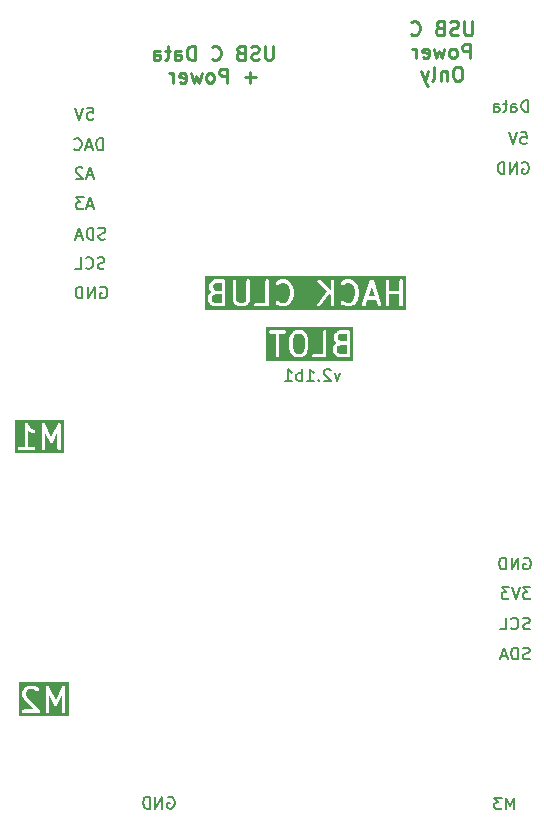
<source format=gbo>
%TF.GenerationSoftware,KiCad,Pcbnew,7.0.10-7.0.10~ubuntu22.04.1*%
%TF.CreationDate,2024-02-19T22:46:55+08:00*%
%TF.ProjectId,motor-controller-pcb,6d6f746f-722d-4636-9f6e-74726f6c6c65,2.1b1*%
%TF.SameCoordinates,Original*%
%TF.FileFunction,Legend,Bot*%
%TF.FilePolarity,Positive*%
%FSLAX46Y46*%
G04 Gerber Fmt 4.6, Leading zero omitted, Abs format (unit mm)*
G04 Created by KiCad (PCBNEW 7.0.10-7.0.10~ubuntu22.04.1) date 2024-02-19 22:46:55*
%MOMM*%
%LPD*%
G01*
G04 APERTURE LIST*
%ADD10C,0.150000*%
%ADD11C,0.300000*%
%ADD12C,0.250000*%
G04 APERTURE END LIST*
D10*
X148558458Y-109939819D02*
X147939411Y-109939819D01*
X147939411Y-109939819D02*
X148272744Y-110320771D01*
X148272744Y-110320771D02*
X148129887Y-110320771D01*
X148129887Y-110320771D02*
X148034649Y-110368390D01*
X148034649Y-110368390D02*
X147987030Y-110416009D01*
X147987030Y-110416009D02*
X147939411Y-110511247D01*
X147939411Y-110511247D02*
X147939411Y-110749342D01*
X147939411Y-110749342D02*
X147987030Y-110844580D01*
X147987030Y-110844580D02*
X148034649Y-110892200D01*
X148034649Y-110892200D02*
X148129887Y-110939819D01*
X148129887Y-110939819D02*
X148415601Y-110939819D01*
X148415601Y-110939819D02*
X148510839Y-110892200D01*
X148510839Y-110892200D02*
X148558458Y-110844580D01*
X147653696Y-109939819D02*
X147320363Y-110939819D01*
X147320363Y-110939819D02*
X146987030Y-109939819D01*
X146748934Y-109939819D02*
X146129887Y-109939819D01*
X146129887Y-109939819D02*
X146463220Y-110320771D01*
X146463220Y-110320771D02*
X146320363Y-110320771D01*
X146320363Y-110320771D02*
X146225125Y-110368390D01*
X146225125Y-110368390D02*
X146177506Y-110416009D01*
X146177506Y-110416009D02*
X146129887Y-110511247D01*
X146129887Y-110511247D02*
X146129887Y-110749342D01*
X146129887Y-110749342D02*
X146177506Y-110844580D01*
X146177506Y-110844580D02*
X146225125Y-110892200D01*
X146225125Y-110892200D02*
X146320363Y-110939819D01*
X146320363Y-110939819D02*
X146606077Y-110939819D01*
X146606077Y-110939819D02*
X146701315Y-110892200D01*
X146701315Y-110892200D02*
X146748934Y-110844580D01*
X117869411Y-127717438D02*
X117964649Y-127669819D01*
X117964649Y-127669819D02*
X118107506Y-127669819D01*
X118107506Y-127669819D02*
X118250363Y-127717438D01*
X118250363Y-127717438D02*
X118345601Y-127812676D01*
X118345601Y-127812676D02*
X118393220Y-127907914D01*
X118393220Y-127907914D02*
X118440839Y-128098390D01*
X118440839Y-128098390D02*
X118440839Y-128241247D01*
X118440839Y-128241247D02*
X118393220Y-128431723D01*
X118393220Y-128431723D02*
X118345601Y-128526961D01*
X118345601Y-128526961D02*
X118250363Y-128622200D01*
X118250363Y-128622200D02*
X118107506Y-128669819D01*
X118107506Y-128669819D02*
X118012268Y-128669819D01*
X118012268Y-128669819D02*
X117869411Y-128622200D01*
X117869411Y-128622200D02*
X117821792Y-128574580D01*
X117821792Y-128574580D02*
X117821792Y-128241247D01*
X117821792Y-128241247D02*
X118012268Y-128241247D01*
X117393220Y-128669819D02*
X117393220Y-127669819D01*
X117393220Y-127669819D02*
X116821792Y-128669819D01*
X116821792Y-128669819D02*
X116821792Y-127669819D01*
X116345601Y-128669819D02*
X116345601Y-127669819D01*
X116345601Y-127669819D02*
X116107506Y-127669819D01*
X116107506Y-127669819D02*
X115964649Y-127717438D01*
X115964649Y-127717438D02*
X115869411Y-127812676D01*
X115869411Y-127812676D02*
X115821792Y-127907914D01*
X115821792Y-127907914D02*
X115774173Y-128098390D01*
X115774173Y-128098390D02*
X115774173Y-128241247D01*
X115774173Y-128241247D02*
X115821792Y-128431723D01*
X115821792Y-128431723D02*
X115869411Y-128526961D01*
X115869411Y-128526961D02*
X115964649Y-128622200D01*
X115964649Y-128622200D02*
X116107506Y-128669819D01*
X116107506Y-128669819D02*
X116345601Y-128669819D01*
X111550839Y-77644104D02*
X111074649Y-77644104D01*
X111646077Y-77929819D02*
X111312744Y-76929819D01*
X111312744Y-76929819D02*
X110979411Y-77929819D01*
X110741315Y-76929819D02*
X110122268Y-76929819D01*
X110122268Y-76929819D02*
X110455601Y-77310771D01*
X110455601Y-77310771D02*
X110312744Y-77310771D01*
X110312744Y-77310771D02*
X110217506Y-77358390D01*
X110217506Y-77358390D02*
X110169887Y-77406009D01*
X110169887Y-77406009D02*
X110122268Y-77501247D01*
X110122268Y-77501247D02*
X110122268Y-77739342D01*
X110122268Y-77739342D02*
X110169887Y-77834580D01*
X110169887Y-77834580D02*
X110217506Y-77882200D01*
X110217506Y-77882200D02*
X110312744Y-77929819D01*
X110312744Y-77929819D02*
X110598458Y-77929819D01*
X110598458Y-77929819D02*
X110693696Y-77882200D01*
X110693696Y-77882200D02*
X110741315Y-77834580D01*
D11*
G36*
X122418821Y-85859638D02*
G01*
X121842326Y-85859638D01*
X121705294Y-85791122D01*
X121644480Y-85730307D01*
X121575964Y-85593275D01*
X121575964Y-85378381D01*
X121644480Y-85241349D01*
X121697468Y-85188361D01*
X121926494Y-85112019D01*
X122418821Y-85112019D01*
X122418821Y-85859638D01*
G37*
G36*
X122418821Y-84812019D02*
G01*
X121937565Y-84812019D01*
X121800531Y-84743501D01*
X121739718Y-84682688D01*
X121671202Y-84545656D01*
X121671202Y-84426000D01*
X121739718Y-84288968D01*
X121800532Y-84228154D01*
X121937564Y-84159638D01*
X122418821Y-84159638D01*
X122418821Y-84812019D01*
G37*
G36*
X135408327Y-85288209D02*
G01*
X134872174Y-85288209D01*
X135140250Y-84483979D01*
X135408327Y-85288209D01*
G37*
G36*
X138052155Y-86445352D02*
G01*
X120990250Y-86445352D01*
X120990250Y-85628685D01*
X121275964Y-85628685D01*
X121284887Y-85661986D01*
X121291800Y-85695767D01*
X121387038Y-85886243D01*
X121403060Y-85904311D01*
X121415135Y-85925226D01*
X121510374Y-86020466D01*
X121531288Y-86032540D01*
X121549358Y-86048564D01*
X121739834Y-86143802D01*
X121773612Y-86150714D01*
X121806916Y-86159638D01*
X122568821Y-86159638D01*
X122643821Y-86139542D01*
X122698725Y-86084638D01*
X122718821Y-86009638D01*
X122718821Y-85628685D01*
X123371202Y-85628685D01*
X123380125Y-85661986D01*
X123387038Y-85695767D01*
X123482276Y-85886243D01*
X123498298Y-85904311D01*
X123510373Y-85925226D01*
X123605612Y-86020466D01*
X123626526Y-86032540D01*
X123644596Y-86048564D01*
X123835072Y-86143802D01*
X123868850Y-86150714D01*
X123902154Y-86159638D01*
X124283107Y-86159638D01*
X124316408Y-86150714D01*
X124350189Y-86143802D01*
X124540665Y-86048564D01*
X124558733Y-86032541D01*
X124579650Y-86020465D01*
X124590477Y-86009638D01*
X125180726Y-86009638D01*
X125200822Y-86084638D01*
X125255726Y-86139542D01*
X125330726Y-86159638D01*
X126283107Y-86159638D01*
X126358107Y-86139542D01*
X126413011Y-86084638D01*
X126433107Y-86009638D01*
X126433107Y-85857983D01*
X126995361Y-85857983D01*
X127034183Y-85925226D01*
X127129422Y-86020466D01*
X127159284Y-86037707D01*
X127188054Y-86056702D01*
X127473768Y-86151940D01*
X127497873Y-86153387D01*
X127521202Y-86159638D01*
X127711678Y-86159638D01*
X127735003Y-86153388D01*
X127759112Y-86151941D01*
X128044827Y-86056703D01*
X128073602Y-86037703D01*
X128103459Y-86020466D01*
X128132229Y-85991696D01*
X130515137Y-85991696D01*
X130526118Y-86068561D01*
X130574060Y-86129638D01*
X130646118Y-86158561D01*
X130722983Y-86147580D01*
X130784060Y-86099638D01*
X131537431Y-85095141D01*
X131656917Y-85214627D01*
X131656917Y-86009638D01*
X131677013Y-86084638D01*
X131731917Y-86139542D01*
X131806917Y-86159638D01*
X131881917Y-86139542D01*
X131936821Y-86084638D01*
X131956917Y-86009638D01*
X131956917Y-85857983D01*
X132519171Y-85857983D01*
X132557993Y-85925226D01*
X132653232Y-86020466D01*
X132683094Y-86037707D01*
X132711864Y-86056702D01*
X132997578Y-86151940D01*
X133021683Y-86153387D01*
X133045012Y-86159638D01*
X133235488Y-86159638D01*
X133258813Y-86153388D01*
X133282922Y-86151941D01*
X133568637Y-86056703D01*
X133594372Y-86039710D01*
X134326629Y-86039710D01*
X134361353Y-86109159D01*
X134426150Y-86151940D01*
X134503656Y-86156593D01*
X134573105Y-86121869D01*
X134615886Y-86057072D01*
X134772174Y-85588209D01*
X135508327Y-85588209D01*
X135664615Y-86057072D01*
X135707396Y-86121869D01*
X135776845Y-86156593D01*
X135854351Y-86151941D01*
X135919148Y-86109159D01*
X135953872Y-86039710D01*
X135952067Y-86009638D01*
X136323584Y-86009638D01*
X136343680Y-86084638D01*
X136398584Y-86139542D01*
X136473584Y-86159638D01*
X136548584Y-86139542D01*
X136603488Y-86084638D01*
X136623584Y-86009638D01*
X136623584Y-85112019D01*
X137466441Y-85112019D01*
X137466441Y-86009638D01*
X137486537Y-86084638D01*
X137541441Y-86139542D01*
X137616441Y-86159638D01*
X137691441Y-86139542D01*
X137746345Y-86084638D01*
X137766441Y-86009638D01*
X137766441Y-84009638D01*
X137746345Y-83934638D01*
X137691441Y-83879734D01*
X137616441Y-83859638D01*
X137541441Y-83879734D01*
X137486537Y-83934638D01*
X137466441Y-84009638D01*
X137466441Y-84812019D01*
X136623584Y-84812019D01*
X136623584Y-84009638D01*
X136603488Y-83934638D01*
X136548584Y-83879734D01*
X136473584Y-83859638D01*
X136398584Y-83879734D01*
X136343680Y-83934638D01*
X136323584Y-84009638D01*
X136323584Y-86009638D01*
X135952067Y-86009638D01*
X135949220Y-85962204D01*
X135282554Y-83962204D01*
X135265952Y-83937059D01*
X135252481Y-83910118D01*
X135244827Y-83905064D01*
X135239772Y-83897408D01*
X135212821Y-83883932D01*
X135187685Y-83867336D01*
X135178529Y-83866786D01*
X135170323Y-83862683D01*
X135140247Y-83864488D01*
X135110179Y-83862683D01*
X135101974Y-83866785D01*
X135092817Y-83867335D01*
X135067674Y-83883935D01*
X135040730Y-83897408D01*
X135035675Y-83905062D01*
X135028021Y-83910117D01*
X135014548Y-83937061D01*
X134997948Y-83962204D01*
X134331282Y-85962204D01*
X134326629Y-86039710D01*
X133594372Y-86039710D01*
X133597412Y-86037703D01*
X133627269Y-86020466D01*
X133817745Y-85829989D01*
X133829819Y-85809074D01*
X133845843Y-85791005D01*
X133941081Y-85600529D01*
X133944401Y-85584304D01*
X133952438Y-85569827D01*
X134047676Y-85188876D01*
X134047364Y-85170372D01*
X134052155Y-85152495D01*
X134052155Y-84866780D01*
X134047364Y-84848902D01*
X134047676Y-84830399D01*
X133952438Y-84449448D01*
X133944401Y-84434970D01*
X133941081Y-84418746D01*
X133845843Y-84228270D01*
X133829819Y-84210200D01*
X133817745Y-84189286D01*
X133627269Y-83998810D01*
X133597412Y-83981572D01*
X133568637Y-83962573D01*
X133282922Y-83867335D01*
X133258813Y-83865887D01*
X133235488Y-83859638D01*
X133045012Y-83859638D01*
X133021683Y-83865888D01*
X132997578Y-83867336D01*
X132711864Y-83962574D01*
X132683094Y-83981568D01*
X132653232Y-83998810D01*
X132557994Y-84094048D01*
X132519171Y-84161291D01*
X132519171Y-84238937D01*
X132557994Y-84306180D01*
X132625237Y-84345003D01*
X132702883Y-84345003D01*
X132770126Y-84306180D01*
X132840326Y-84235980D01*
X133069352Y-84159638D01*
X133211145Y-84159638D01*
X133440176Y-84235981D01*
X133588401Y-84384206D01*
X133665390Y-84538184D01*
X133752155Y-84885244D01*
X133752155Y-85134031D01*
X133665390Y-85481091D01*
X133588400Y-85635069D01*
X133440176Y-85783294D01*
X133211145Y-85859638D01*
X133069352Y-85859638D01*
X132840326Y-85783296D01*
X132770127Y-85713096D01*
X132702884Y-85674272D01*
X132625238Y-85674272D01*
X132557995Y-85713094D01*
X132519171Y-85780337D01*
X132519171Y-85857983D01*
X131956917Y-85857983D01*
X131956917Y-84009638D01*
X131936821Y-83934638D01*
X131881917Y-83879734D01*
X131806917Y-83859638D01*
X131731917Y-83879734D01*
X131677013Y-83934638D01*
X131656917Y-84009638D01*
X131656917Y-84790363D01*
X130770126Y-83903572D01*
X130702883Y-83864749D01*
X130625237Y-83864749D01*
X130557994Y-83903572D01*
X130519171Y-83970815D01*
X130519171Y-84048461D01*
X130557994Y-84115704D01*
X131323146Y-84880856D01*
X130544060Y-85919638D01*
X130515137Y-85991696D01*
X128132229Y-85991696D01*
X128293935Y-85829989D01*
X128306009Y-85809074D01*
X128322033Y-85791005D01*
X128417271Y-85600529D01*
X128420591Y-85584304D01*
X128428628Y-85569827D01*
X128523866Y-85188876D01*
X128523554Y-85170372D01*
X128528345Y-85152495D01*
X128528345Y-84866780D01*
X128523554Y-84848902D01*
X128523866Y-84830399D01*
X128428628Y-84449448D01*
X128420591Y-84434970D01*
X128417271Y-84418746D01*
X128322033Y-84228270D01*
X128306009Y-84210200D01*
X128293935Y-84189286D01*
X128103459Y-83998810D01*
X128073602Y-83981572D01*
X128044827Y-83962573D01*
X127759112Y-83867335D01*
X127735003Y-83865887D01*
X127711678Y-83859638D01*
X127521202Y-83859638D01*
X127497873Y-83865888D01*
X127473768Y-83867336D01*
X127188054Y-83962574D01*
X127159284Y-83981568D01*
X127129422Y-83998810D01*
X127034184Y-84094048D01*
X126995361Y-84161291D01*
X126995361Y-84238937D01*
X127034184Y-84306180D01*
X127101427Y-84345003D01*
X127179073Y-84345003D01*
X127246316Y-84306180D01*
X127316516Y-84235980D01*
X127545542Y-84159638D01*
X127687335Y-84159638D01*
X127916366Y-84235981D01*
X128064591Y-84384206D01*
X128141580Y-84538184D01*
X128228345Y-84885244D01*
X128228345Y-85134031D01*
X128141580Y-85481091D01*
X128064590Y-85635069D01*
X127916366Y-85783294D01*
X127687335Y-85859638D01*
X127545542Y-85859638D01*
X127316516Y-85783296D01*
X127246317Y-85713096D01*
X127179074Y-85674272D01*
X127101428Y-85674272D01*
X127034185Y-85713094D01*
X126995361Y-85780337D01*
X126995361Y-85857983D01*
X126433107Y-85857983D01*
X126433107Y-84009638D01*
X126413011Y-83934638D01*
X126358107Y-83879734D01*
X126283107Y-83859638D01*
X126208107Y-83879734D01*
X126153203Y-83934638D01*
X126133107Y-84009638D01*
X126133107Y-85859638D01*
X125330726Y-85859638D01*
X125255726Y-85879734D01*
X125200822Y-85934638D01*
X125180726Y-86009638D01*
X124590477Y-86009638D01*
X124674888Y-85925226D01*
X124686963Y-85904311D01*
X124702985Y-85886243D01*
X124798223Y-85695767D01*
X124805135Y-85661988D01*
X124814059Y-85628685D01*
X124814059Y-84009638D01*
X124793963Y-83934638D01*
X124739059Y-83879734D01*
X124664059Y-83859638D01*
X124589059Y-83879734D01*
X124534155Y-83934638D01*
X124514059Y-84009638D01*
X124514059Y-85593275D01*
X124445542Y-85730307D01*
X124384728Y-85791122D01*
X124247697Y-85859638D01*
X123937564Y-85859638D01*
X123800532Y-85791122D01*
X123739718Y-85730307D01*
X123671202Y-85593275D01*
X123671202Y-84009638D01*
X123651106Y-83934638D01*
X123596202Y-83879734D01*
X123521202Y-83859638D01*
X123446202Y-83879734D01*
X123391298Y-83934638D01*
X123371202Y-84009638D01*
X123371202Y-85628685D01*
X122718821Y-85628685D01*
X122718821Y-84009638D01*
X122698725Y-83934638D01*
X122643821Y-83879734D01*
X122568821Y-83859638D01*
X121902154Y-83859638D01*
X121868850Y-83868561D01*
X121835072Y-83875474D01*
X121644596Y-83970712D01*
X121626526Y-83986735D01*
X121605612Y-83998810D01*
X121510374Y-84094048D01*
X121498298Y-84114963D01*
X121482276Y-84133032D01*
X121387038Y-84323508D01*
X121380125Y-84357288D01*
X121371202Y-84390590D01*
X121371202Y-84581066D01*
X121380125Y-84614367D01*
X121387038Y-84648148D01*
X121482276Y-84838624D01*
X121498298Y-84856692D01*
X121510374Y-84877608D01*
X121556185Y-84923419D01*
X121540236Y-84933949D01*
X121510374Y-84951191D01*
X121415136Y-85046429D01*
X121403060Y-85067344D01*
X121387038Y-85085413D01*
X121291800Y-85275889D01*
X121284887Y-85309669D01*
X121275964Y-85342971D01*
X121275964Y-85628685D01*
X120990250Y-85628685D01*
X120990250Y-83573924D01*
X138052155Y-83573924D01*
X138052155Y-86445352D01*
G37*
D10*
X111047030Y-69339819D02*
X111523220Y-69339819D01*
X111523220Y-69339819D02*
X111570839Y-69816009D01*
X111570839Y-69816009D02*
X111523220Y-69768390D01*
X111523220Y-69768390D02*
X111427982Y-69720771D01*
X111427982Y-69720771D02*
X111189887Y-69720771D01*
X111189887Y-69720771D02*
X111094649Y-69768390D01*
X111094649Y-69768390D02*
X111047030Y-69816009D01*
X111047030Y-69816009D02*
X110999411Y-69911247D01*
X110999411Y-69911247D02*
X110999411Y-70149342D01*
X110999411Y-70149342D02*
X111047030Y-70244580D01*
X111047030Y-70244580D02*
X111094649Y-70292200D01*
X111094649Y-70292200D02*
X111189887Y-70339819D01*
X111189887Y-70339819D02*
X111427982Y-70339819D01*
X111427982Y-70339819D02*
X111523220Y-70292200D01*
X111523220Y-70292200D02*
X111570839Y-70244580D01*
X110713696Y-69339819D02*
X110380363Y-70339819D01*
X110380363Y-70339819D02*
X110047030Y-69339819D01*
X112159411Y-84527438D02*
X112254649Y-84479819D01*
X112254649Y-84479819D02*
X112397506Y-84479819D01*
X112397506Y-84479819D02*
X112540363Y-84527438D01*
X112540363Y-84527438D02*
X112635601Y-84622676D01*
X112635601Y-84622676D02*
X112683220Y-84717914D01*
X112683220Y-84717914D02*
X112730839Y-84908390D01*
X112730839Y-84908390D02*
X112730839Y-85051247D01*
X112730839Y-85051247D02*
X112683220Y-85241723D01*
X112683220Y-85241723D02*
X112635601Y-85336961D01*
X112635601Y-85336961D02*
X112540363Y-85432200D01*
X112540363Y-85432200D02*
X112397506Y-85479819D01*
X112397506Y-85479819D02*
X112302268Y-85479819D01*
X112302268Y-85479819D02*
X112159411Y-85432200D01*
X112159411Y-85432200D02*
X112111792Y-85384580D01*
X112111792Y-85384580D02*
X112111792Y-85051247D01*
X112111792Y-85051247D02*
X112302268Y-85051247D01*
X111683220Y-85479819D02*
X111683220Y-84479819D01*
X111683220Y-84479819D02*
X111111792Y-85479819D01*
X111111792Y-85479819D02*
X111111792Y-84479819D01*
X110635601Y-85479819D02*
X110635601Y-84479819D01*
X110635601Y-84479819D02*
X110397506Y-84479819D01*
X110397506Y-84479819D02*
X110254649Y-84527438D01*
X110254649Y-84527438D02*
X110159411Y-84622676D01*
X110159411Y-84622676D02*
X110111792Y-84717914D01*
X110111792Y-84717914D02*
X110064173Y-84908390D01*
X110064173Y-84908390D02*
X110064173Y-85051247D01*
X110064173Y-85051247D02*
X110111792Y-85241723D01*
X110111792Y-85241723D02*
X110159411Y-85336961D01*
X110159411Y-85336961D02*
X110254649Y-85432200D01*
X110254649Y-85432200D02*
X110397506Y-85479819D01*
X110397506Y-85479819D02*
X110635601Y-85479819D01*
D11*
G36*
X109462155Y-120855352D02*
G01*
X105257394Y-120855352D01*
X105257394Y-120419638D01*
X105543108Y-120419638D01*
X105563204Y-120494638D01*
X105618108Y-120549542D01*
X105693108Y-120569638D01*
X106931203Y-120569638D01*
X106950278Y-120564527D01*
X106970026Y-120564527D01*
X106987128Y-120554653D01*
X107006203Y-120549542D01*
X107020167Y-120535577D01*
X107037269Y-120525704D01*
X107047142Y-120508602D01*
X107061107Y-120494638D01*
X107066218Y-120475563D01*
X107076092Y-120458461D01*
X107076092Y-120438712D01*
X107081203Y-120419638D01*
X107543108Y-120419638D01*
X107563204Y-120494638D01*
X107618108Y-120549542D01*
X107693108Y-120569638D01*
X107768108Y-120549542D01*
X107823012Y-120494638D01*
X107843108Y-120419638D01*
X107843108Y-119095772D01*
X108223846Y-119911641D01*
X108232354Y-119921775D01*
X108236876Y-119934209D01*
X108256931Y-119951047D01*
X108273773Y-119971107D01*
X108286208Y-119975629D01*
X108296341Y-119984136D01*
X108322130Y-119988691D01*
X108346745Y-119997642D01*
X108359774Y-119995340D01*
X108372803Y-119997642D01*
X108397416Y-119988691D01*
X108423207Y-119984136D01*
X108433339Y-119975628D01*
X108445774Y-119971107D01*
X108462614Y-119951049D01*
X108482672Y-119934209D01*
X108487193Y-119921774D01*
X108495701Y-119911642D01*
X108876441Y-119095772D01*
X108876441Y-120419638D01*
X108896537Y-120494638D01*
X108951441Y-120549542D01*
X109026441Y-120569638D01*
X109101441Y-120549542D01*
X109156345Y-120494638D01*
X109176441Y-120419638D01*
X109176441Y-118419638D01*
X109174712Y-118413186D01*
X109175874Y-118406609D01*
X109164761Y-118376049D01*
X109156345Y-118344638D01*
X109151621Y-118339914D01*
X109149339Y-118333637D01*
X109124432Y-118312725D01*
X109101441Y-118289734D01*
X109094990Y-118288005D01*
X109089874Y-118283710D01*
X109057848Y-118278053D01*
X109026441Y-118269638D01*
X109019989Y-118271366D01*
X109013412Y-118270205D01*
X108982850Y-118281318D01*
X108951441Y-118289734D01*
X108946718Y-118294456D01*
X108940441Y-118296739D01*
X108919531Y-118321643D01*
X108896537Y-118344638D01*
X108894808Y-118351090D01*
X108890514Y-118356205D01*
X108359774Y-119493503D01*
X107829035Y-118356205D01*
X107824740Y-118351090D01*
X107823012Y-118344638D01*
X107800014Y-118321640D01*
X107779108Y-118296740D01*
X107772831Y-118294457D01*
X107768108Y-118289734D01*
X107736694Y-118281316D01*
X107706137Y-118270205D01*
X107699559Y-118271366D01*
X107693108Y-118269638D01*
X107661694Y-118278055D01*
X107629675Y-118283711D01*
X107624560Y-118288005D01*
X107618108Y-118289734D01*
X107595110Y-118312731D01*
X107570210Y-118333638D01*
X107567927Y-118339914D01*
X107563204Y-118344638D01*
X107554786Y-118376051D01*
X107543675Y-118406609D01*
X107544836Y-118413186D01*
X107543108Y-118419638D01*
X107543108Y-120419638D01*
X107081203Y-120419638D01*
X107076092Y-120400563D01*
X107076092Y-120380815D01*
X107066218Y-120363712D01*
X107061107Y-120344638D01*
X107047142Y-120330673D01*
X107037269Y-120313572D01*
X105919450Y-119195752D01*
X105843108Y-118966726D01*
X105843108Y-118836000D01*
X105911624Y-118698968D01*
X105972438Y-118638154D01*
X106109470Y-118569638D01*
X106514841Y-118569638D01*
X106651873Y-118638154D01*
X106729899Y-118716180D01*
X106797142Y-118755003D01*
X106874788Y-118755003D01*
X106942031Y-118716180D01*
X106980854Y-118648937D01*
X106980854Y-118571291D01*
X106942031Y-118504048D01*
X106846793Y-118408810D01*
X106825877Y-118396734D01*
X106807809Y-118380712D01*
X106617333Y-118285474D01*
X106583552Y-118278561D01*
X106550251Y-118269638D01*
X106074060Y-118269638D01*
X106040756Y-118278561D01*
X106006978Y-118285474D01*
X105816502Y-118380712D01*
X105798432Y-118396735D01*
X105777518Y-118408810D01*
X105682280Y-118504048D01*
X105670204Y-118524963D01*
X105654182Y-118543032D01*
X105558944Y-118733508D01*
X105552031Y-118767288D01*
X105543108Y-118800590D01*
X105543108Y-118991066D01*
X105549358Y-119014394D01*
X105550806Y-119038500D01*
X105646044Y-119324214D01*
X105665038Y-119352983D01*
X105682280Y-119382846D01*
X106569071Y-120269638D01*
X105693108Y-120269638D01*
X105618108Y-120289734D01*
X105563204Y-120344638D01*
X105543108Y-120419638D01*
X105257394Y-120419638D01*
X105257394Y-117983924D01*
X109462155Y-117983924D01*
X109462155Y-120855352D01*
G37*
D10*
X148019411Y-107477438D02*
X148114649Y-107429819D01*
X148114649Y-107429819D02*
X148257506Y-107429819D01*
X148257506Y-107429819D02*
X148400363Y-107477438D01*
X148400363Y-107477438D02*
X148495601Y-107572676D01*
X148495601Y-107572676D02*
X148543220Y-107667914D01*
X148543220Y-107667914D02*
X148590839Y-107858390D01*
X148590839Y-107858390D02*
X148590839Y-108001247D01*
X148590839Y-108001247D02*
X148543220Y-108191723D01*
X148543220Y-108191723D02*
X148495601Y-108286961D01*
X148495601Y-108286961D02*
X148400363Y-108382200D01*
X148400363Y-108382200D02*
X148257506Y-108429819D01*
X148257506Y-108429819D02*
X148162268Y-108429819D01*
X148162268Y-108429819D02*
X148019411Y-108382200D01*
X148019411Y-108382200D02*
X147971792Y-108334580D01*
X147971792Y-108334580D02*
X147971792Y-108001247D01*
X147971792Y-108001247D02*
X148162268Y-108001247D01*
X147543220Y-108429819D02*
X147543220Y-107429819D01*
X147543220Y-107429819D02*
X146971792Y-108429819D01*
X146971792Y-108429819D02*
X146971792Y-107429819D01*
X146495601Y-108429819D02*
X146495601Y-107429819D01*
X146495601Y-107429819D02*
X146257506Y-107429819D01*
X146257506Y-107429819D02*
X146114649Y-107477438D01*
X146114649Y-107477438D02*
X146019411Y-107572676D01*
X146019411Y-107572676D02*
X145971792Y-107667914D01*
X145971792Y-107667914D02*
X145924173Y-107858390D01*
X145924173Y-107858390D02*
X145924173Y-108001247D01*
X145924173Y-108001247D02*
X145971792Y-108191723D01*
X145971792Y-108191723D02*
X146019411Y-108286961D01*
X146019411Y-108286961D02*
X146114649Y-108382200D01*
X146114649Y-108382200D02*
X146257506Y-108429819D01*
X146257506Y-108429819D02*
X146495601Y-108429819D01*
X112560839Y-80452200D02*
X112417982Y-80499819D01*
X112417982Y-80499819D02*
X112179887Y-80499819D01*
X112179887Y-80499819D02*
X112084649Y-80452200D01*
X112084649Y-80452200D02*
X112037030Y-80404580D01*
X112037030Y-80404580D02*
X111989411Y-80309342D01*
X111989411Y-80309342D02*
X111989411Y-80214104D01*
X111989411Y-80214104D02*
X112037030Y-80118866D01*
X112037030Y-80118866D02*
X112084649Y-80071247D01*
X112084649Y-80071247D02*
X112179887Y-80023628D01*
X112179887Y-80023628D02*
X112370363Y-79976009D01*
X112370363Y-79976009D02*
X112465601Y-79928390D01*
X112465601Y-79928390D02*
X112513220Y-79880771D01*
X112513220Y-79880771D02*
X112560839Y-79785533D01*
X112560839Y-79785533D02*
X112560839Y-79690295D01*
X112560839Y-79690295D02*
X112513220Y-79595057D01*
X112513220Y-79595057D02*
X112465601Y-79547438D01*
X112465601Y-79547438D02*
X112370363Y-79499819D01*
X112370363Y-79499819D02*
X112132268Y-79499819D01*
X112132268Y-79499819D02*
X111989411Y-79547438D01*
X111560839Y-80499819D02*
X111560839Y-79499819D01*
X111560839Y-79499819D02*
X111322744Y-79499819D01*
X111322744Y-79499819D02*
X111179887Y-79547438D01*
X111179887Y-79547438D02*
X111084649Y-79642676D01*
X111084649Y-79642676D02*
X111037030Y-79737914D01*
X111037030Y-79737914D02*
X110989411Y-79928390D01*
X110989411Y-79928390D02*
X110989411Y-80071247D01*
X110989411Y-80071247D02*
X111037030Y-80261723D01*
X111037030Y-80261723D02*
X111084649Y-80356961D01*
X111084649Y-80356961D02*
X111179887Y-80452200D01*
X111179887Y-80452200D02*
X111322744Y-80499819D01*
X111322744Y-80499819D02*
X111560839Y-80499819D01*
X110608458Y-80214104D02*
X110132268Y-80214104D01*
X110703696Y-80499819D02*
X110370363Y-79499819D01*
X110370363Y-79499819D02*
X110037030Y-80499819D01*
X148383220Y-69679819D02*
X148383220Y-68679819D01*
X148383220Y-68679819D02*
X148145125Y-68679819D01*
X148145125Y-68679819D02*
X148002268Y-68727438D01*
X148002268Y-68727438D02*
X147907030Y-68822676D01*
X147907030Y-68822676D02*
X147859411Y-68917914D01*
X147859411Y-68917914D02*
X147811792Y-69108390D01*
X147811792Y-69108390D02*
X147811792Y-69251247D01*
X147811792Y-69251247D02*
X147859411Y-69441723D01*
X147859411Y-69441723D02*
X147907030Y-69536961D01*
X147907030Y-69536961D02*
X148002268Y-69632200D01*
X148002268Y-69632200D02*
X148145125Y-69679819D01*
X148145125Y-69679819D02*
X148383220Y-69679819D01*
X146954649Y-69679819D02*
X146954649Y-69156009D01*
X146954649Y-69156009D02*
X147002268Y-69060771D01*
X147002268Y-69060771D02*
X147097506Y-69013152D01*
X147097506Y-69013152D02*
X147287982Y-69013152D01*
X147287982Y-69013152D02*
X147383220Y-69060771D01*
X146954649Y-69632200D02*
X147049887Y-69679819D01*
X147049887Y-69679819D02*
X147287982Y-69679819D01*
X147287982Y-69679819D02*
X147383220Y-69632200D01*
X147383220Y-69632200D02*
X147430839Y-69536961D01*
X147430839Y-69536961D02*
X147430839Y-69441723D01*
X147430839Y-69441723D02*
X147383220Y-69346485D01*
X147383220Y-69346485D02*
X147287982Y-69298866D01*
X147287982Y-69298866D02*
X147049887Y-69298866D01*
X147049887Y-69298866D02*
X146954649Y-69251247D01*
X146621315Y-69013152D02*
X146240363Y-69013152D01*
X146478458Y-68679819D02*
X146478458Y-69536961D01*
X146478458Y-69536961D02*
X146430839Y-69632200D01*
X146430839Y-69632200D02*
X146335601Y-69679819D01*
X146335601Y-69679819D02*
X146240363Y-69679819D01*
X145478458Y-69679819D02*
X145478458Y-69156009D01*
X145478458Y-69156009D02*
X145526077Y-69060771D01*
X145526077Y-69060771D02*
X145621315Y-69013152D01*
X145621315Y-69013152D02*
X145811791Y-69013152D01*
X145811791Y-69013152D02*
X145907029Y-69060771D01*
X145478458Y-69632200D02*
X145573696Y-69679819D01*
X145573696Y-69679819D02*
X145811791Y-69679819D01*
X145811791Y-69679819D02*
X145907029Y-69632200D01*
X145907029Y-69632200D02*
X145954648Y-69536961D01*
X145954648Y-69536961D02*
X145954648Y-69441723D01*
X145954648Y-69441723D02*
X145907029Y-69346485D01*
X145907029Y-69346485D02*
X145811791Y-69298866D01*
X145811791Y-69298866D02*
X145573696Y-69298866D01*
X145573696Y-69298866D02*
X145478458Y-69251247D01*
X112373220Y-72929819D02*
X112373220Y-71929819D01*
X112373220Y-71929819D02*
X112135125Y-71929819D01*
X112135125Y-71929819D02*
X111992268Y-71977438D01*
X111992268Y-71977438D02*
X111897030Y-72072676D01*
X111897030Y-72072676D02*
X111849411Y-72167914D01*
X111849411Y-72167914D02*
X111801792Y-72358390D01*
X111801792Y-72358390D02*
X111801792Y-72501247D01*
X111801792Y-72501247D02*
X111849411Y-72691723D01*
X111849411Y-72691723D02*
X111897030Y-72786961D01*
X111897030Y-72786961D02*
X111992268Y-72882200D01*
X111992268Y-72882200D02*
X112135125Y-72929819D01*
X112135125Y-72929819D02*
X112373220Y-72929819D01*
X111420839Y-72644104D02*
X110944649Y-72644104D01*
X111516077Y-72929819D02*
X111182744Y-71929819D01*
X111182744Y-71929819D02*
X110849411Y-72929819D01*
X109944649Y-72834580D02*
X109992268Y-72882200D01*
X109992268Y-72882200D02*
X110135125Y-72929819D01*
X110135125Y-72929819D02*
X110230363Y-72929819D01*
X110230363Y-72929819D02*
X110373220Y-72882200D01*
X110373220Y-72882200D02*
X110468458Y-72786961D01*
X110468458Y-72786961D02*
X110516077Y-72691723D01*
X110516077Y-72691723D02*
X110563696Y-72501247D01*
X110563696Y-72501247D02*
X110563696Y-72358390D01*
X110563696Y-72358390D02*
X110516077Y-72167914D01*
X110516077Y-72167914D02*
X110468458Y-72072676D01*
X110468458Y-72072676D02*
X110373220Y-71977438D01*
X110373220Y-71977438D02*
X110230363Y-71929819D01*
X110230363Y-71929819D02*
X110135125Y-71929819D01*
X110135125Y-71929819D02*
X109992268Y-71977438D01*
X109992268Y-71977438D02*
X109944649Y-72025057D01*
X111500839Y-75074104D02*
X111024649Y-75074104D01*
X111596077Y-75359819D02*
X111262744Y-74359819D01*
X111262744Y-74359819D02*
X110929411Y-75359819D01*
X110643696Y-74455057D02*
X110596077Y-74407438D01*
X110596077Y-74407438D02*
X110500839Y-74359819D01*
X110500839Y-74359819D02*
X110262744Y-74359819D01*
X110262744Y-74359819D02*
X110167506Y-74407438D01*
X110167506Y-74407438D02*
X110119887Y-74455057D01*
X110119887Y-74455057D02*
X110072268Y-74550295D01*
X110072268Y-74550295D02*
X110072268Y-74645533D01*
X110072268Y-74645533D02*
X110119887Y-74788390D01*
X110119887Y-74788390D02*
X110691315Y-75359819D01*
X110691315Y-75359819D02*
X110072268Y-75359819D01*
X147193220Y-128739819D02*
X147193220Y-127739819D01*
X147193220Y-127739819D02*
X146859887Y-128454104D01*
X146859887Y-128454104D02*
X146526554Y-127739819D01*
X146526554Y-127739819D02*
X146526554Y-128739819D01*
X146145601Y-127739819D02*
X145526554Y-127739819D01*
X145526554Y-127739819D02*
X145859887Y-128120771D01*
X145859887Y-128120771D02*
X145717030Y-128120771D01*
X145717030Y-128120771D02*
X145621792Y-128168390D01*
X145621792Y-128168390D02*
X145574173Y-128216009D01*
X145574173Y-128216009D02*
X145526554Y-128311247D01*
X145526554Y-128311247D02*
X145526554Y-128549342D01*
X145526554Y-128549342D02*
X145574173Y-128644580D01*
X145574173Y-128644580D02*
X145621792Y-128692200D01*
X145621792Y-128692200D02*
X145717030Y-128739819D01*
X145717030Y-128739819D02*
X146002744Y-128739819D01*
X146002744Y-128739819D02*
X146097982Y-128692200D01*
X146097982Y-128692200D02*
X146145601Y-128644580D01*
X147757030Y-71399819D02*
X148233220Y-71399819D01*
X148233220Y-71399819D02*
X148280839Y-71876009D01*
X148280839Y-71876009D02*
X148233220Y-71828390D01*
X148233220Y-71828390D02*
X148137982Y-71780771D01*
X148137982Y-71780771D02*
X147899887Y-71780771D01*
X147899887Y-71780771D02*
X147804649Y-71828390D01*
X147804649Y-71828390D02*
X147757030Y-71876009D01*
X147757030Y-71876009D02*
X147709411Y-71971247D01*
X147709411Y-71971247D02*
X147709411Y-72209342D01*
X147709411Y-72209342D02*
X147757030Y-72304580D01*
X147757030Y-72304580D02*
X147804649Y-72352200D01*
X147804649Y-72352200D02*
X147899887Y-72399819D01*
X147899887Y-72399819D02*
X148137982Y-72399819D01*
X148137982Y-72399819D02*
X148233220Y-72352200D01*
X148233220Y-72352200D02*
X148280839Y-72304580D01*
X147423696Y-71399819D02*
X147090363Y-72399819D01*
X147090363Y-72399819D02*
X146757030Y-71399819D01*
D12*
X143661428Y-61996142D02*
X143661428Y-62967571D01*
X143661428Y-62967571D02*
X143604285Y-63081857D01*
X143604285Y-63081857D02*
X143547143Y-63139000D01*
X143547143Y-63139000D02*
X143432857Y-63196142D01*
X143432857Y-63196142D02*
X143204285Y-63196142D01*
X143204285Y-63196142D02*
X143090000Y-63139000D01*
X143090000Y-63139000D02*
X143032857Y-63081857D01*
X143032857Y-63081857D02*
X142975714Y-62967571D01*
X142975714Y-62967571D02*
X142975714Y-61996142D01*
X142461428Y-63139000D02*
X142290000Y-63196142D01*
X142290000Y-63196142D02*
X142004285Y-63196142D01*
X142004285Y-63196142D02*
X141890000Y-63139000D01*
X141890000Y-63139000D02*
X141832857Y-63081857D01*
X141832857Y-63081857D02*
X141775714Y-62967571D01*
X141775714Y-62967571D02*
X141775714Y-62853285D01*
X141775714Y-62853285D02*
X141832857Y-62739000D01*
X141832857Y-62739000D02*
X141890000Y-62681857D01*
X141890000Y-62681857D02*
X142004285Y-62624714D01*
X142004285Y-62624714D02*
X142232857Y-62567571D01*
X142232857Y-62567571D02*
X142347142Y-62510428D01*
X142347142Y-62510428D02*
X142404285Y-62453285D01*
X142404285Y-62453285D02*
X142461428Y-62339000D01*
X142461428Y-62339000D02*
X142461428Y-62224714D01*
X142461428Y-62224714D02*
X142404285Y-62110428D01*
X142404285Y-62110428D02*
X142347142Y-62053285D01*
X142347142Y-62053285D02*
X142232857Y-61996142D01*
X142232857Y-61996142D02*
X141947142Y-61996142D01*
X141947142Y-61996142D02*
X141775714Y-62053285D01*
X140861428Y-62567571D02*
X140690000Y-62624714D01*
X140690000Y-62624714D02*
X140632857Y-62681857D01*
X140632857Y-62681857D02*
X140575714Y-62796142D01*
X140575714Y-62796142D02*
X140575714Y-62967571D01*
X140575714Y-62967571D02*
X140632857Y-63081857D01*
X140632857Y-63081857D02*
X140690000Y-63139000D01*
X140690000Y-63139000D02*
X140804285Y-63196142D01*
X140804285Y-63196142D02*
X141261428Y-63196142D01*
X141261428Y-63196142D02*
X141261428Y-61996142D01*
X141261428Y-61996142D02*
X140861428Y-61996142D01*
X140861428Y-61996142D02*
X140747143Y-62053285D01*
X140747143Y-62053285D02*
X140690000Y-62110428D01*
X140690000Y-62110428D02*
X140632857Y-62224714D01*
X140632857Y-62224714D02*
X140632857Y-62339000D01*
X140632857Y-62339000D02*
X140690000Y-62453285D01*
X140690000Y-62453285D02*
X140747143Y-62510428D01*
X140747143Y-62510428D02*
X140861428Y-62567571D01*
X140861428Y-62567571D02*
X141261428Y-62567571D01*
X138461428Y-63081857D02*
X138518571Y-63139000D01*
X138518571Y-63139000D02*
X138689999Y-63196142D01*
X138689999Y-63196142D02*
X138804285Y-63196142D01*
X138804285Y-63196142D02*
X138975714Y-63139000D01*
X138975714Y-63139000D02*
X139089999Y-63024714D01*
X139089999Y-63024714D02*
X139147142Y-62910428D01*
X139147142Y-62910428D02*
X139204285Y-62681857D01*
X139204285Y-62681857D02*
X139204285Y-62510428D01*
X139204285Y-62510428D02*
X139147142Y-62281857D01*
X139147142Y-62281857D02*
X139089999Y-62167571D01*
X139089999Y-62167571D02*
X138975714Y-62053285D01*
X138975714Y-62053285D02*
X138804285Y-61996142D01*
X138804285Y-61996142D02*
X138689999Y-61996142D01*
X138689999Y-61996142D02*
X138518571Y-62053285D01*
X138518571Y-62053285D02*
X138461428Y-62110428D01*
X143461427Y-65128142D02*
X143461427Y-63928142D01*
X143461427Y-63928142D02*
X143004284Y-63928142D01*
X143004284Y-63928142D02*
X142889999Y-63985285D01*
X142889999Y-63985285D02*
X142832856Y-64042428D01*
X142832856Y-64042428D02*
X142775713Y-64156714D01*
X142775713Y-64156714D02*
X142775713Y-64328142D01*
X142775713Y-64328142D02*
X142832856Y-64442428D01*
X142832856Y-64442428D02*
X142889999Y-64499571D01*
X142889999Y-64499571D02*
X143004284Y-64556714D01*
X143004284Y-64556714D02*
X143461427Y-64556714D01*
X142089999Y-65128142D02*
X142204284Y-65071000D01*
X142204284Y-65071000D02*
X142261427Y-65013857D01*
X142261427Y-65013857D02*
X142318570Y-64899571D01*
X142318570Y-64899571D02*
X142318570Y-64556714D01*
X142318570Y-64556714D02*
X142261427Y-64442428D01*
X142261427Y-64442428D02*
X142204284Y-64385285D01*
X142204284Y-64385285D02*
X142089999Y-64328142D01*
X142089999Y-64328142D02*
X141918570Y-64328142D01*
X141918570Y-64328142D02*
X141804284Y-64385285D01*
X141804284Y-64385285D02*
X141747142Y-64442428D01*
X141747142Y-64442428D02*
X141689999Y-64556714D01*
X141689999Y-64556714D02*
X141689999Y-64899571D01*
X141689999Y-64899571D02*
X141747142Y-65013857D01*
X141747142Y-65013857D02*
X141804284Y-65071000D01*
X141804284Y-65071000D02*
X141918570Y-65128142D01*
X141918570Y-65128142D02*
X142089999Y-65128142D01*
X141289999Y-64328142D02*
X141061428Y-65128142D01*
X141061428Y-65128142D02*
X140832856Y-64556714D01*
X140832856Y-64556714D02*
X140604285Y-65128142D01*
X140604285Y-65128142D02*
X140375713Y-64328142D01*
X139461427Y-65071000D02*
X139575713Y-65128142D01*
X139575713Y-65128142D02*
X139804285Y-65128142D01*
X139804285Y-65128142D02*
X139918570Y-65071000D01*
X139918570Y-65071000D02*
X139975713Y-64956714D01*
X139975713Y-64956714D02*
X139975713Y-64499571D01*
X139975713Y-64499571D02*
X139918570Y-64385285D01*
X139918570Y-64385285D02*
X139804285Y-64328142D01*
X139804285Y-64328142D02*
X139575713Y-64328142D01*
X139575713Y-64328142D02*
X139461427Y-64385285D01*
X139461427Y-64385285D02*
X139404285Y-64499571D01*
X139404285Y-64499571D02*
X139404285Y-64613857D01*
X139404285Y-64613857D02*
X139975713Y-64728142D01*
X138889999Y-65128142D02*
X138889999Y-64328142D01*
X138889999Y-64556714D02*
X138832856Y-64442428D01*
X138832856Y-64442428D02*
X138775714Y-64385285D01*
X138775714Y-64385285D02*
X138661428Y-64328142D01*
X138661428Y-64328142D02*
X138547142Y-64328142D01*
X142518571Y-65860142D02*
X142289999Y-65860142D01*
X142289999Y-65860142D02*
X142175714Y-65917285D01*
X142175714Y-65917285D02*
X142061428Y-66031571D01*
X142061428Y-66031571D02*
X142004285Y-66260142D01*
X142004285Y-66260142D02*
X142004285Y-66660142D01*
X142004285Y-66660142D02*
X142061428Y-66888714D01*
X142061428Y-66888714D02*
X142175714Y-67003000D01*
X142175714Y-67003000D02*
X142289999Y-67060142D01*
X142289999Y-67060142D02*
X142518571Y-67060142D01*
X142518571Y-67060142D02*
X142632857Y-67003000D01*
X142632857Y-67003000D02*
X142747142Y-66888714D01*
X142747142Y-66888714D02*
X142804285Y-66660142D01*
X142804285Y-66660142D02*
X142804285Y-66260142D01*
X142804285Y-66260142D02*
X142747142Y-66031571D01*
X142747142Y-66031571D02*
X142632857Y-65917285D01*
X142632857Y-65917285D02*
X142518571Y-65860142D01*
X141489999Y-66260142D02*
X141489999Y-67060142D01*
X141489999Y-66374428D02*
X141432856Y-66317285D01*
X141432856Y-66317285D02*
X141318571Y-66260142D01*
X141318571Y-66260142D02*
X141147142Y-66260142D01*
X141147142Y-66260142D02*
X141032856Y-66317285D01*
X141032856Y-66317285D02*
X140975714Y-66431571D01*
X140975714Y-66431571D02*
X140975714Y-67060142D01*
X140232857Y-67060142D02*
X140347142Y-67003000D01*
X140347142Y-67003000D02*
X140404285Y-66888714D01*
X140404285Y-66888714D02*
X140404285Y-65860142D01*
X139890000Y-66260142D02*
X139604286Y-67060142D01*
X139318571Y-66260142D02*
X139604286Y-67060142D01*
X139604286Y-67060142D02*
X139718571Y-67345857D01*
X139718571Y-67345857D02*
X139775714Y-67403000D01*
X139775714Y-67403000D02*
X139890000Y-67460142D01*
D10*
X112490839Y-82932200D02*
X112347982Y-82979819D01*
X112347982Y-82979819D02*
X112109887Y-82979819D01*
X112109887Y-82979819D02*
X112014649Y-82932200D01*
X112014649Y-82932200D02*
X111967030Y-82884580D01*
X111967030Y-82884580D02*
X111919411Y-82789342D01*
X111919411Y-82789342D02*
X111919411Y-82694104D01*
X111919411Y-82694104D02*
X111967030Y-82598866D01*
X111967030Y-82598866D02*
X112014649Y-82551247D01*
X112014649Y-82551247D02*
X112109887Y-82503628D01*
X112109887Y-82503628D02*
X112300363Y-82456009D01*
X112300363Y-82456009D02*
X112395601Y-82408390D01*
X112395601Y-82408390D02*
X112443220Y-82360771D01*
X112443220Y-82360771D02*
X112490839Y-82265533D01*
X112490839Y-82265533D02*
X112490839Y-82170295D01*
X112490839Y-82170295D02*
X112443220Y-82075057D01*
X112443220Y-82075057D02*
X112395601Y-82027438D01*
X112395601Y-82027438D02*
X112300363Y-81979819D01*
X112300363Y-81979819D02*
X112062268Y-81979819D01*
X112062268Y-81979819D02*
X111919411Y-82027438D01*
X110919411Y-82884580D02*
X110967030Y-82932200D01*
X110967030Y-82932200D02*
X111109887Y-82979819D01*
X111109887Y-82979819D02*
X111205125Y-82979819D01*
X111205125Y-82979819D02*
X111347982Y-82932200D01*
X111347982Y-82932200D02*
X111443220Y-82836961D01*
X111443220Y-82836961D02*
X111490839Y-82741723D01*
X111490839Y-82741723D02*
X111538458Y-82551247D01*
X111538458Y-82551247D02*
X111538458Y-82408390D01*
X111538458Y-82408390D02*
X111490839Y-82217914D01*
X111490839Y-82217914D02*
X111443220Y-82122676D01*
X111443220Y-82122676D02*
X111347982Y-82027438D01*
X111347982Y-82027438D02*
X111205125Y-81979819D01*
X111205125Y-81979819D02*
X111109887Y-81979819D01*
X111109887Y-81979819D02*
X110967030Y-82027438D01*
X110967030Y-82027438D02*
X110919411Y-82075057D01*
X110014649Y-82979819D02*
X110490839Y-82979819D01*
X110490839Y-82979819D02*
X110490839Y-81979819D01*
X148510839Y-113462200D02*
X148367982Y-113509819D01*
X148367982Y-113509819D02*
X148129887Y-113509819D01*
X148129887Y-113509819D02*
X148034649Y-113462200D01*
X148034649Y-113462200D02*
X147987030Y-113414580D01*
X147987030Y-113414580D02*
X147939411Y-113319342D01*
X147939411Y-113319342D02*
X147939411Y-113224104D01*
X147939411Y-113224104D02*
X147987030Y-113128866D01*
X147987030Y-113128866D02*
X148034649Y-113081247D01*
X148034649Y-113081247D02*
X148129887Y-113033628D01*
X148129887Y-113033628D02*
X148320363Y-112986009D01*
X148320363Y-112986009D02*
X148415601Y-112938390D01*
X148415601Y-112938390D02*
X148463220Y-112890771D01*
X148463220Y-112890771D02*
X148510839Y-112795533D01*
X148510839Y-112795533D02*
X148510839Y-112700295D01*
X148510839Y-112700295D02*
X148463220Y-112605057D01*
X148463220Y-112605057D02*
X148415601Y-112557438D01*
X148415601Y-112557438D02*
X148320363Y-112509819D01*
X148320363Y-112509819D02*
X148082268Y-112509819D01*
X148082268Y-112509819D02*
X147939411Y-112557438D01*
X146939411Y-113414580D02*
X146987030Y-113462200D01*
X146987030Y-113462200D02*
X147129887Y-113509819D01*
X147129887Y-113509819D02*
X147225125Y-113509819D01*
X147225125Y-113509819D02*
X147367982Y-113462200D01*
X147367982Y-113462200D02*
X147463220Y-113366961D01*
X147463220Y-113366961D02*
X147510839Y-113271723D01*
X147510839Y-113271723D02*
X147558458Y-113081247D01*
X147558458Y-113081247D02*
X147558458Y-112938390D01*
X147558458Y-112938390D02*
X147510839Y-112747914D01*
X147510839Y-112747914D02*
X147463220Y-112652676D01*
X147463220Y-112652676D02*
X147367982Y-112557438D01*
X147367982Y-112557438D02*
X147225125Y-112509819D01*
X147225125Y-112509819D02*
X147129887Y-112509819D01*
X147129887Y-112509819D02*
X146987030Y-112557438D01*
X146987030Y-112557438D02*
X146939411Y-112605057D01*
X146034649Y-113509819D02*
X146510839Y-113509819D01*
X146510839Y-113509819D02*
X146510839Y-112509819D01*
X132458458Y-91803152D02*
X132220363Y-92469819D01*
X132220363Y-92469819D02*
X131982268Y-91803152D01*
X131648934Y-91565057D02*
X131601315Y-91517438D01*
X131601315Y-91517438D02*
X131506077Y-91469819D01*
X131506077Y-91469819D02*
X131267982Y-91469819D01*
X131267982Y-91469819D02*
X131172744Y-91517438D01*
X131172744Y-91517438D02*
X131125125Y-91565057D01*
X131125125Y-91565057D02*
X131077506Y-91660295D01*
X131077506Y-91660295D02*
X131077506Y-91755533D01*
X131077506Y-91755533D02*
X131125125Y-91898390D01*
X131125125Y-91898390D02*
X131696553Y-92469819D01*
X131696553Y-92469819D02*
X131077506Y-92469819D01*
X130648934Y-92374580D02*
X130601315Y-92422200D01*
X130601315Y-92422200D02*
X130648934Y-92469819D01*
X130648934Y-92469819D02*
X130696553Y-92422200D01*
X130696553Y-92422200D02*
X130648934Y-92374580D01*
X130648934Y-92374580D02*
X130648934Y-92469819D01*
X129648935Y-92469819D02*
X130220363Y-92469819D01*
X129934649Y-92469819D02*
X129934649Y-91469819D01*
X129934649Y-91469819D02*
X130029887Y-91612676D01*
X130029887Y-91612676D02*
X130125125Y-91707914D01*
X130125125Y-91707914D02*
X130220363Y-91755533D01*
X129220363Y-92469819D02*
X129220363Y-91469819D01*
X129220363Y-91850771D02*
X129125125Y-91803152D01*
X129125125Y-91803152D02*
X128934649Y-91803152D01*
X128934649Y-91803152D02*
X128839411Y-91850771D01*
X128839411Y-91850771D02*
X128791792Y-91898390D01*
X128791792Y-91898390D02*
X128744173Y-91993628D01*
X128744173Y-91993628D02*
X128744173Y-92279342D01*
X128744173Y-92279342D02*
X128791792Y-92374580D01*
X128791792Y-92374580D02*
X128839411Y-92422200D01*
X128839411Y-92422200D02*
X128934649Y-92469819D01*
X128934649Y-92469819D02*
X129125125Y-92469819D01*
X129125125Y-92469819D02*
X129220363Y-92422200D01*
X127791792Y-92469819D02*
X128363220Y-92469819D01*
X128077506Y-92469819D02*
X128077506Y-91469819D01*
X128077506Y-91469819D02*
X128172744Y-91612676D01*
X128172744Y-91612676D02*
X128267982Y-91707914D01*
X128267982Y-91707914D02*
X128363220Y-91755533D01*
D11*
G36*
X129248063Y-88528154D02*
G01*
X129391949Y-88672040D01*
X129472631Y-88994768D01*
X129472631Y-89624507D01*
X129391948Y-89947235D01*
X129248062Y-90091122D01*
X129111031Y-90159638D01*
X128800898Y-90159638D01*
X128663866Y-90091122D01*
X128519980Y-89947235D01*
X128439298Y-89624506D01*
X128439298Y-88994768D01*
X128519980Y-88672039D01*
X128663866Y-88528154D01*
X128800898Y-88459638D01*
X129111031Y-88459638D01*
X129248063Y-88528154D01*
G37*
G36*
X132996441Y-90159638D02*
G01*
X132419946Y-90159638D01*
X132282914Y-90091122D01*
X132222100Y-90030307D01*
X132153584Y-89893275D01*
X132153584Y-89678381D01*
X132222100Y-89541349D01*
X132275088Y-89488361D01*
X132504114Y-89412019D01*
X132996441Y-89412019D01*
X132996441Y-90159638D01*
G37*
G36*
X132996441Y-89112019D02*
G01*
X132515185Y-89112019D01*
X132378151Y-89043501D01*
X132317338Y-88982688D01*
X132248822Y-88845656D01*
X132248822Y-88726000D01*
X132317338Y-88588968D01*
X132378152Y-88528154D01*
X132515184Y-88459638D01*
X132996441Y-88459638D01*
X132996441Y-89112019D01*
G37*
G36*
X133582155Y-90745352D02*
G01*
X126139298Y-90745352D01*
X126139298Y-88309638D01*
X126425012Y-88309638D01*
X126445108Y-88384638D01*
X126500012Y-88439542D01*
X126575012Y-88459638D01*
X126996441Y-88459638D01*
X126996441Y-90309638D01*
X127016537Y-90384638D01*
X127071441Y-90439542D01*
X127146441Y-90459638D01*
X127221441Y-90439542D01*
X127276345Y-90384638D01*
X127296441Y-90309638D01*
X127296441Y-89642971D01*
X128139298Y-89642971D01*
X128144088Y-89660847D01*
X128143777Y-89679351D01*
X128239015Y-90060303D01*
X128239647Y-90061441D01*
X128239647Y-90062746D01*
X128258459Y-90095329D01*
X128276701Y-90128190D01*
X128277818Y-90128860D01*
X128278470Y-90129989D01*
X128468945Y-90320465D01*
X128489860Y-90332540D01*
X128507930Y-90348564D01*
X128698406Y-90443802D01*
X128732184Y-90450714D01*
X128765488Y-90459638D01*
X129146441Y-90459638D01*
X129179742Y-90450714D01*
X129213523Y-90443802D01*
X129403999Y-90348564D01*
X129422067Y-90332541D01*
X129442983Y-90320466D01*
X129453811Y-90309638D01*
X130044060Y-90309638D01*
X130064156Y-90384638D01*
X130119060Y-90439542D01*
X130194060Y-90459638D01*
X131146441Y-90459638D01*
X131221441Y-90439542D01*
X131276345Y-90384638D01*
X131296441Y-90309638D01*
X131296441Y-89928685D01*
X131853584Y-89928685D01*
X131862507Y-89961986D01*
X131869420Y-89995767D01*
X131964658Y-90186243D01*
X131980680Y-90204311D01*
X131992755Y-90225226D01*
X132087994Y-90320466D01*
X132108908Y-90332540D01*
X132126978Y-90348564D01*
X132317454Y-90443802D01*
X132351232Y-90450714D01*
X132384536Y-90459638D01*
X133146441Y-90459638D01*
X133221441Y-90439542D01*
X133276345Y-90384638D01*
X133296441Y-90309638D01*
X133296441Y-88309638D01*
X133276345Y-88234638D01*
X133221441Y-88179734D01*
X133146441Y-88159638D01*
X132479774Y-88159638D01*
X132446470Y-88168561D01*
X132412692Y-88175474D01*
X132222216Y-88270712D01*
X132204146Y-88286735D01*
X132183232Y-88298810D01*
X132087994Y-88394048D01*
X132075918Y-88414963D01*
X132059896Y-88433032D01*
X131964658Y-88623508D01*
X131957745Y-88657288D01*
X131948822Y-88690590D01*
X131948822Y-88881066D01*
X131957745Y-88914367D01*
X131964658Y-88948148D01*
X132059896Y-89138624D01*
X132075918Y-89156692D01*
X132087994Y-89177608D01*
X132133805Y-89223419D01*
X132117856Y-89233949D01*
X132087994Y-89251191D01*
X131992756Y-89346429D01*
X131980680Y-89367344D01*
X131964658Y-89385413D01*
X131869420Y-89575889D01*
X131862507Y-89609669D01*
X131853584Y-89642971D01*
X131853584Y-89928685D01*
X131296441Y-89928685D01*
X131296441Y-88309638D01*
X131276345Y-88234638D01*
X131221441Y-88179734D01*
X131146441Y-88159638D01*
X131071441Y-88179734D01*
X131016537Y-88234638D01*
X130996441Y-88309638D01*
X130996441Y-90159638D01*
X130194060Y-90159638D01*
X130119060Y-90179734D01*
X130064156Y-90234638D01*
X130044060Y-90309638D01*
X129453811Y-90309638D01*
X129633459Y-90129989D01*
X129634110Y-90128860D01*
X129635228Y-90128190D01*
X129653469Y-90095329D01*
X129672282Y-90062746D01*
X129672282Y-90061441D01*
X129672914Y-90060303D01*
X129768152Y-89679352D01*
X129767840Y-89660848D01*
X129772631Y-89642971D01*
X129772631Y-88976304D01*
X129767840Y-88958426D01*
X129768152Y-88939923D01*
X129672914Y-88558972D01*
X129672282Y-88557833D01*
X129672282Y-88556529D01*
X129653469Y-88523945D01*
X129635228Y-88491085D01*
X129634110Y-88490414D01*
X129633459Y-88489286D01*
X129442983Y-88298810D01*
X129422067Y-88286734D01*
X129403999Y-88270712D01*
X129213523Y-88175474D01*
X129179742Y-88168561D01*
X129146441Y-88159638D01*
X128765488Y-88159638D01*
X128732184Y-88168561D01*
X128698406Y-88175474D01*
X128507930Y-88270712D01*
X128489860Y-88286735D01*
X128468946Y-88298810D01*
X128278470Y-88489286D01*
X128277818Y-88490414D01*
X128276701Y-88491085D01*
X128258459Y-88523945D01*
X128239647Y-88556529D01*
X128239647Y-88557833D01*
X128239015Y-88558972D01*
X128143777Y-88939924D01*
X128144088Y-88958427D01*
X128139298Y-88976304D01*
X128139298Y-89642971D01*
X127296441Y-89642971D01*
X127296441Y-88459638D01*
X127717869Y-88459638D01*
X127792869Y-88439542D01*
X127847773Y-88384638D01*
X127867869Y-88309638D01*
X127847773Y-88234638D01*
X127792869Y-88179734D01*
X127717869Y-88159638D01*
X126575012Y-88159638D01*
X126500012Y-88179734D01*
X126445108Y-88234638D01*
X126425012Y-88309638D01*
X126139298Y-88309638D01*
X126139298Y-87873924D01*
X133582155Y-87873924D01*
X133582155Y-90745352D01*
G37*
D12*
X126787142Y-64098142D02*
X126787142Y-65069571D01*
X126787142Y-65069571D02*
X126729999Y-65183857D01*
X126729999Y-65183857D02*
X126672857Y-65241000D01*
X126672857Y-65241000D02*
X126558571Y-65298142D01*
X126558571Y-65298142D02*
X126329999Y-65298142D01*
X126329999Y-65298142D02*
X126215714Y-65241000D01*
X126215714Y-65241000D02*
X126158571Y-65183857D01*
X126158571Y-65183857D02*
X126101428Y-65069571D01*
X126101428Y-65069571D02*
X126101428Y-64098142D01*
X125587142Y-65241000D02*
X125415714Y-65298142D01*
X125415714Y-65298142D02*
X125129999Y-65298142D01*
X125129999Y-65298142D02*
X125015714Y-65241000D01*
X125015714Y-65241000D02*
X124958571Y-65183857D01*
X124958571Y-65183857D02*
X124901428Y-65069571D01*
X124901428Y-65069571D02*
X124901428Y-64955285D01*
X124901428Y-64955285D02*
X124958571Y-64841000D01*
X124958571Y-64841000D02*
X125015714Y-64783857D01*
X125015714Y-64783857D02*
X125129999Y-64726714D01*
X125129999Y-64726714D02*
X125358571Y-64669571D01*
X125358571Y-64669571D02*
X125472856Y-64612428D01*
X125472856Y-64612428D02*
X125529999Y-64555285D01*
X125529999Y-64555285D02*
X125587142Y-64441000D01*
X125587142Y-64441000D02*
X125587142Y-64326714D01*
X125587142Y-64326714D02*
X125529999Y-64212428D01*
X125529999Y-64212428D02*
X125472856Y-64155285D01*
X125472856Y-64155285D02*
X125358571Y-64098142D01*
X125358571Y-64098142D02*
X125072856Y-64098142D01*
X125072856Y-64098142D02*
X124901428Y-64155285D01*
X123987142Y-64669571D02*
X123815714Y-64726714D01*
X123815714Y-64726714D02*
X123758571Y-64783857D01*
X123758571Y-64783857D02*
X123701428Y-64898142D01*
X123701428Y-64898142D02*
X123701428Y-65069571D01*
X123701428Y-65069571D02*
X123758571Y-65183857D01*
X123758571Y-65183857D02*
X123815714Y-65241000D01*
X123815714Y-65241000D02*
X123929999Y-65298142D01*
X123929999Y-65298142D02*
X124387142Y-65298142D01*
X124387142Y-65298142D02*
X124387142Y-64098142D01*
X124387142Y-64098142D02*
X123987142Y-64098142D01*
X123987142Y-64098142D02*
X123872857Y-64155285D01*
X123872857Y-64155285D02*
X123815714Y-64212428D01*
X123815714Y-64212428D02*
X123758571Y-64326714D01*
X123758571Y-64326714D02*
X123758571Y-64441000D01*
X123758571Y-64441000D02*
X123815714Y-64555285D01*
X123815714Y-64555285D02*
X123872857Y-64612428D01*
X123872857Y-64612428D02*
X123987142Y-64669571D01*
X123987142Y-64669571D02*
X124387142Y-64669571D01*
X121587142Y-65183857D02*
X121644285Y-65241000D01*
X121644285Y-65241000D02*
X121815713Y-65298142D01*
X121815713Y-65298142D02*
X121929999Y-65298142D01*
X121929999Y-65298142D02*
X122101428Y-65241000D01*
X122101428Y-65241000D02*
X122215713Y-65126714D01*
X122215713Y-65126714D02*
X122272856Y-65012428D01*
X122272856Y-65012428D02*
X122329999Y-64783857D01*
X122329999Y-64783857D02*
X122329999Y-64612428D01*
X122329999Y-64612428D02*
X122272856Y-64383857D01*
X122272856Y-64383857D02*
X122215713Y-64269571D01*
X122215713Y-64269571D02*
X122101428Y-64155285D01*
X122101428Y-64155285D02*
X121929999Y-64098142D01*
X121929999Y-64098142D02*
X121815713Y-64098142D01*
X121815713Y-64098142D02*
X121644285Y-64155285D01*
X121644285Y-64155285D02*
X121587142Y-64212428D01*
X120158570Y-65298142D02*
X120158570Y-64098142D01*
X120158570Y-64098142D02*
X119872856Y-64098142D01*
X119872856Y-64098142D02*
X119701427Y-64155285D01*
X119701427Y-64155285D02*
X119587142Y-64269571D01*
X119587142Y-64269571D02*
X119529999Y-64383857D01*
X119529999Y-64383857D02*
X119472856Y-64612428D01*
X119472856Y-64612428D02*
X119472856Y-64783857D01*
X119472856Y-64783857D02*
X119529999Y-65012428D01*
X119529999Y-65012428D02*
X119587142Y-65126714D01*
X119587142Y-65126714D02*
X119701427Y-65241000D01*
X119701427Y-65241000D02*
X119872856Y-65298142D01*
X119872856Y-65298142D02*
X120158570Y-65298142D01*
X118444285Y-65298142D02*
X118444285Y-64669571D01*
X118444285Y-64669571D02*
X118501427Y-64555285D01*
X118501427Y-64555285D02*
X118615713Y-64498142D01*
X118615713Y-64498142D02*
X118844285Y-64498142D01*
X118844285Y-64498142D02*
X118958570Y-64555285D01*
X118444285Y-65241000D02*
X118558570Y-65298142D01*
X118558570Y-65298142D02*
X118844285Y-65298142D01*
X118844285Y-65298142D02*
X118958570Y-65241000D01*
X118958570Y-65241000D02*
X119015713Y-65126714D01*
X119015713Y-65126714D02*
X119015713Y-65012428D01*
X119015713Y-65012428D02*
X118958570Y-64898142D01*
X118958570Y-64898142D02*
X118844285Y-64841000D01*
X118844285Y-64841000D02*
X118558570Y-64841000D01*
X118558570Y-64841000D02*
X118444285Y-64783857D01*
X118044285Y-64498142D02*
X117587142Y-64498142D01*
X117872856Y-64098142D02*
X117872856Y-65126714D01*
X117872856Y-65126714D02*
X117815713Y-65241000D01*
X117815713Y-65241000D02*
X117701428Y-65298142D01*
X117701428Y-65298142D02*
X117587142Y-65298142D01*
X116672857Y-65298142D02*
X116672857Y-64669571D01*
X116672857Y-64669571D02*
X116729999Y-64555285D01*
X116729999Y-64555285D02*
X116844285Y-64498142D01*
X116844285Y-64498142D02*
X117072857Y-64498142D01*
X117072857Y-64498142D02*
X117187142Y-64555285D01*
X116672857Y-65241000D02*
X116787142Y-65298142D01*
X116787142Y-65298142D02*
X117072857Y-65298142D01*
X117072857Y-65298142D02*
X117187142Y-65241000D01*
X117187142Y-65241000D02*
X117244285Y-65126714D01*
X117244285Y-65126714D02*
X117244285Y-65012428D01*
X117244285Y-65012428D02*
X117187142Y-64898142D01*
X117187142Y-64898142D02*
X117072857Y-64841000D01*
X117072857Y-64841000D02*
X116787142Y-64841000D01*
X116787142Y-64841000D02*
X116672857Y-64783857D01*
X125301427Y-66773000D02*
X124387142Y-66773000D01*
X124844284Y-67230142D02*
X124844284Y-66315857D01*
X122901427Y-67230142D02*
X122901427Y-66030142D01*
X122901427Y-66030142D02*
X122444284Y-66030142D01*
X122444284Y-66030142D02*
X122329999Y-66087285D01*
X122329999Y-66087285D02*
X122272856Y-66144428D01*
X122272856Y-66144428D02*
X122215713Y-66258714D01*
X122215713Y-66258714D02*
X122215713Y-66430142D01*
X122215713Y-66430142D02*
X122272856Y-66544428D01*
X122272856Y-66544428D02*
X122329999Y-66601571D01*
X122329999Y-66601571D02*
X122444284Y-66658714D01*
X122444284Y-66658714D02*
X122901427Y-66658714D01*
X121529999Y-67230142D02*
X121644284Y-67173000D01*
X121644284Y-67173000D02*
X121701427Y-67115857D01*
X121701427Y-67115857D02*
X121758570Y-67001571D01*
X121758570Y-67001571D02*
X121758570Y-66658714D01*
X121758570Y-66658714D02*
X121701427Y-66544428D01*
X121701427Y-66544428D02*
X121644284Y-66487285D01*
X121644284Y-66487285D02*
X121529999Y-66430142D01*
X121529999Y-66430142D02*
X121358570Y-66430142D01*
X121358570Y-66430142D02*
X121244284Y-66487285D01*
X121244284Y-66487285D02*
X121187142Y-66544428D01*
X121187142Y-66544428D02*
X121129999Y-66658714D01*
X121129999Y-66658714D02*
X121129999Y-67001571D01*
X121129999Y-67001571D02*
X121187142Y-67115857D01*
X121187142Y-67115857D02*
X121244284Y-67173000D01*
X121244284Y-67173000D02*
X121358570Y-67230142D01*
X121358570Y-67230142D02*
X121529999Y-67230142D01*
X120729999Y-66430142D02*
X120501428Y-67230142D01*
X120501428Y-67230142D02*
X120272856Y-66658714D01*
X120272856Y-66658714D02*
X120044285Y-67230142D01*
X120044285Y-67230142D02*
X119815713Y-66430142D01*
X118901427Y-67173000D02*
X119015713Y-67230142D01*
X119015713Y-67230142D02*
X119244285Y-67230142D01*
X119244285Y-67230142D02*
X119358570Y-67173000D01*
X119358570Y-67173000D02*
X119415713Y-67058714D01*
X119415713Y-67058714D02*
X119415713Y-66601571D01*
X119415713Y-66601571D02*
X119358570Y-66487285D01*
X119358570Y-66487285D02*
X119244285Y-66430142D01*
X119244285Y-66430142D02*
X119015713Y-66430142D01*
X119015713Y-66430142D02*
X118901427Y-66487285D01*
X118901427Y-66487285D02*
X118844285Y-66601571D01*
X118844285Y-66601571D02*
X118844285Y-66715857D01*
X118844285Y-66715857D02*
X119415713Y-66830142D01*
X118329999Y-67230142D02*
X118329999Y-66430142D01*
X118329999Y-66658714D02*
X118272856Y-66544428D01*
X118272856Y-66544428D02*
X118215714Y-66487285D01*
X118215714Y-66487285D02*
X118101428Y-66430142D01*
X118101428Y-66430142D02*
X117987142Y-66430142D01*
D10*
X147879411Y-73997438D02*
X147974649Y-73949819D01*
X147974649Y-73949819D02*
X148117506Y-73949819D01*
X148117506Y-73949819D02*
X148260363Y-73997438D01*
X148260363Y-73997438D02*
X148355601Y-74092676D01*
X148355601Y-74092676D02*
X148403220Y-74187914D01*
X148403220Y-74187914D02*
X148450839Y-74378390D01*
X148450839Y-74378390D02*
X148450839Y-74521247D01*
X148450839Y-74521247D02*
X148403220Y-74711723D01*
X148403220Y-74711723D02*
X148355601Y-74806961D01*
X148355601Y-74806961D02*
X148260363Y-74902200D01*
X148260363Y-74902200D02*
X148117506Y-74949819D01*
X148117506Y-74949819D02*
X148022268Y-74949819D01*
X148022268Y-74949819D02*
X147879411Y-74902200D01*
X147879411Y-74902200D02*
X147831792Y-74854580D01*
X147831792Y-74854580D02*
X147831792Y-74521247D01*
X147831792Y-74521247D02*
X148022268Y-74521247D01*
X147403220Y-74949819D02*
X147403220Y-73949819D01*
X147403220Y-73949819D02*
X146831792Y-74949819D01*
X146831792Y-74949819D02*
X146831792Y-73949819D01*
X146355601Y-74949819D02*
X146355601Y-73949819D01*
X146355601Y-73949819D02*
X146117506Y-73949819D01*
X146117506Y-73949819D02*
X145974649Y-73997438D01*
X145974649Y-73997438D02*
X145879411Y-74092676D01*
X145879411Y-74092676D02*
X145831792Y-74187914D01*
X145831792Y-74187914D02*
X145784173Y-74378390D01*
X145784173Y-74378390D02*
X145784173Y-74521247D01*
X145784173Y-74521247D02*
X145831792Y-74711723D01*
X145831792Y-74711723D02*
X145879411Y-74806961D01*
X145879411Y-74806961D02*
X145974649Y-74902200D01*
X145974649Y-74902200D02*
X146117506Y-74949819D01*
X146117506Y-74949819D02*
X146355601Y-74949819D01*
D11*
G36*
X109112155Y-98605352D02*
G01*
X104907394Y-98605352D01*
X104907394Y-98169638D01*
X105193108Y-98169638D01*
X105213204Y-98244638D01*
X105268108Y-98299542D01*
X105343108Y-98319638D01*
X105914537Y-98319638D01*
X106485965Y-98319638D01*
X106560965Y-98299542D01*
X106615869Y-98244638D01*
X106635965Y-98169638D01*
X107193108Y-98169638D01*
X107213204Y-98244638D01*
X107268108Y-98299542D01*
X107343108Y-98319638D01*
X107418108Y-98299542D01*
X107473012Y-98244638D01*
X107493108Y-98169638D01*
X107493108Y-96845772D01*
X107873846Y-97661641D01*
X107882354Y-97671775D01*
X107886876Y-97684209D01*
X107906931Y-97701047D01*
X107923773Y-97721107D01*
X107936208Y-97725629D01*
X107946341Y-97734136D01*
X107972130Y-97738691D01*
X107996745Y-97747642D01*
X108009774Y-97745340D01*
X108022803Y-97747642D01*
X108047416Y-97738691D01*
X108073207Y-97734136D01*
X108083339Y-97725628D01*
X108095774Y-97721107D01*
X108112614Y-97701049D01*
X108132672Y-97684209D01*
X108137193Y-97671774D01*
X108145701Y-97661642D01*
X108526441Y-96845772D01*
X108526441Y-98169638D01*
X108546537Y-98244638D01*
X108601441Y-98299542D01*
X108676441Y-98319638D01*
X108751441Y-98299542D01*
X108806345Y-98244638D01*
X108826441Y-98169638D01*
X108826441Y-96169638D01*
X108824712Y-96163186D01*
X108825874Y-96156609D01*
X108814761Y-96126049D01*
X108806345Y-96094638D01*
X108801621Y-96089914D01*
X108799339Y-96083637D01*
X108774432Y-96062725D01*
X108751441Y-96039734D01*
X108744990Y-96038005D01*
X108739874Y-96033710D01*
X108707848Y-96028053D01*
X108676441Y-96019638D01*
X108669989Y-96021366D01*
X108663412Y-96020205D01*
X108632850Y-96031318D01*
X108601441Y-96039734D01*
X108596718Y-96044456D01*
X108590441Y-96046739D01*
X108569531Y-96071643D01*
X108546537Y-96094638D01*
X108544808Y-96101090D01*
X108540514Y-96106205D01*
X108009774Y-97243503D01*
X107479035Y-96106205D01*
X107474740Y-96101090D01*
X107473012Y-96094638D01*
X107450014Y-96071640D01*
X107429108Y-96046740D01*
X107422831Y-96044457D01*
X107418108Y-96039734D01*
X107386694Y-96031316D01*
X107356137Y-96020205D01*
X107349559Y-96021366D01*
X107343108Y-96019638D01*
X107311694Y-96028055D01*
X107279675Y-96033711D01*
X107274560Y-96038005D01*
X107268108Y-96039734D01*
X107245110Y-96062731D01*
X107220210Y-96083638D01*
X107217927Y-96089914D01*
X107213204Y-96094638D01*
X107204786Y-96126051D01*
X107193675Y-96156609D01*
X107194836Y-96163186D01*
X107193108Y-96169638D01*
X107193108Y-98169638D01*
X106635965Y-98169638D01*
X106615869Y-98094638D01*
X106560965Y-98039734D01*
X106485965Y-98019638D01*
X106064537Y-98019638D01*
X106064537Y-96627008D01*
X106189423Y-96751894D01*
X106210337Y-96763968D01*
X106228407Y-96779992D01*
X106418883Y-96875230D01*
X106494953Y-96890797D01*
X106568614Y-96866243D01*
X106620129Y-96808148D01*
X106635696Y-96732079D01*
X106611142Y-96658418D01*
X106553047Y-96606902D01*
X106384343Y-96522550D01*
X106221580Y-96359787D01*
X106039345Y-96086433D01*
X106013686Y-96063883D01*
X105989537Y-96039734D01*
X105984747Y-96038450D01*
X105981021Y-96035176D01*
X105947525Y-96028477D01*
X105914537Y-96019638D01*
X105909746Y-96020921D01*
X105904883Y-96019949D01*
X105872527Y-96030894D01*
X105839537Y-96039734D01*
X105836030Y-96043240D01*
X105831332Y-96044830D01*
X105808782Y-96070488D01*
X105784633Y-96094638D01*
X105783349Y-96099427D01*
X105780075Y-96103154D01*
X105773376Y-96136649D01*
X105764537Y-96169638D01*
X105764537Y-98019638D01*
X105343108Y-98019638D01*
X105268108Y-98039734D01*
X105213204Y-98094638D01*
X105193108Y-98169638D01*
X104907394Y-98169638D01*
X104907394Y-95733924D01*
X109112155Y-95733924D01*
X109112155Y-98605352D01*
G37*
D10*
X148490839Y-115992200D02*
X148347982Y-116039819D01*
X148347982Y-116039819D02*
X148109887Y-116039819D01*
X148109887Y-116039819D02*
X148014649Y-115992200D01*
X148014649Y-115992200D02*
X147967030Y-115944580D01*
X147967030Y-115944580D02*
X147919411Y-115849342D01*
X147919411Y-115849342D02*
X147919411Y-115754104D01*
X147919411Y-115754104D02*
X147967030Y-115658866D01*
X147967030Y-115658866D02*
X148014649Y-115611247D01*
X148014649Y-115611247D02*
X148109887Y-115563628D01*
X148109887Y-115563628D02*
X148300363Y-115516009D01*
X148300363Y-115516009D02*
X148395601Y-115468390D01*
X148395601Y-115468390D02*
X148443220Y-115420771D01*
X148443220Y-115420771D02*
X148490839Y-115325533D01*
X148490839Y-115325533D02*
X148490839Y-115230295D01*
X148490839Y-115230295D02*
X148443220Y-115135057D01*
X148443220Y-115135057D02*
X148395601Y-115087438D01*
X148395601Y-115087438D02*
X148300363Y-115039819D01*
X148300363Y-115039819D02*
X148062268Y-115039819D01*
X148062268Y-115039819D02*
X147919411Y-115087438D01*
X147490839Y-116039819D02*
X147490839Y-115039819D01*
X147490839Y-115039819D02*
X147252744Y-115039819D01*
X147252744Y-115039819D02*
X147109887Y-115087438D01*
X147109887Y-115087438D02*
X147014649Y-115182676D01*
X147014649Y-115182676D02*
X146967030Y-115277914D01*
X146967030Y-115277914D02*
X146919411Y-115468390D01*
X146919411Y-115468390D02*
X146919411Y-115611247D01*
X146919411Y-115611247D02*
X146967030Y-115801723D01*
X146967030Y-115801723D02*
X147014649Y-115896961D01*
X147014649Y-115896961D02*
X147109887Y-115992200D01*
X147109887Y-115992200D02*
X147252744Y-116039819D01*
X147252744Y-116039819D02*
X147490839Y-116039819D01*
X146538458Y-115754104D02*
X146062268Y-115754104D01*
X146633696Y-116039819D02*
X146300363Y-115039819D01*
X146300363Y-115039819D02*
X145967030Y-116039819D01*
M02*

</source>
